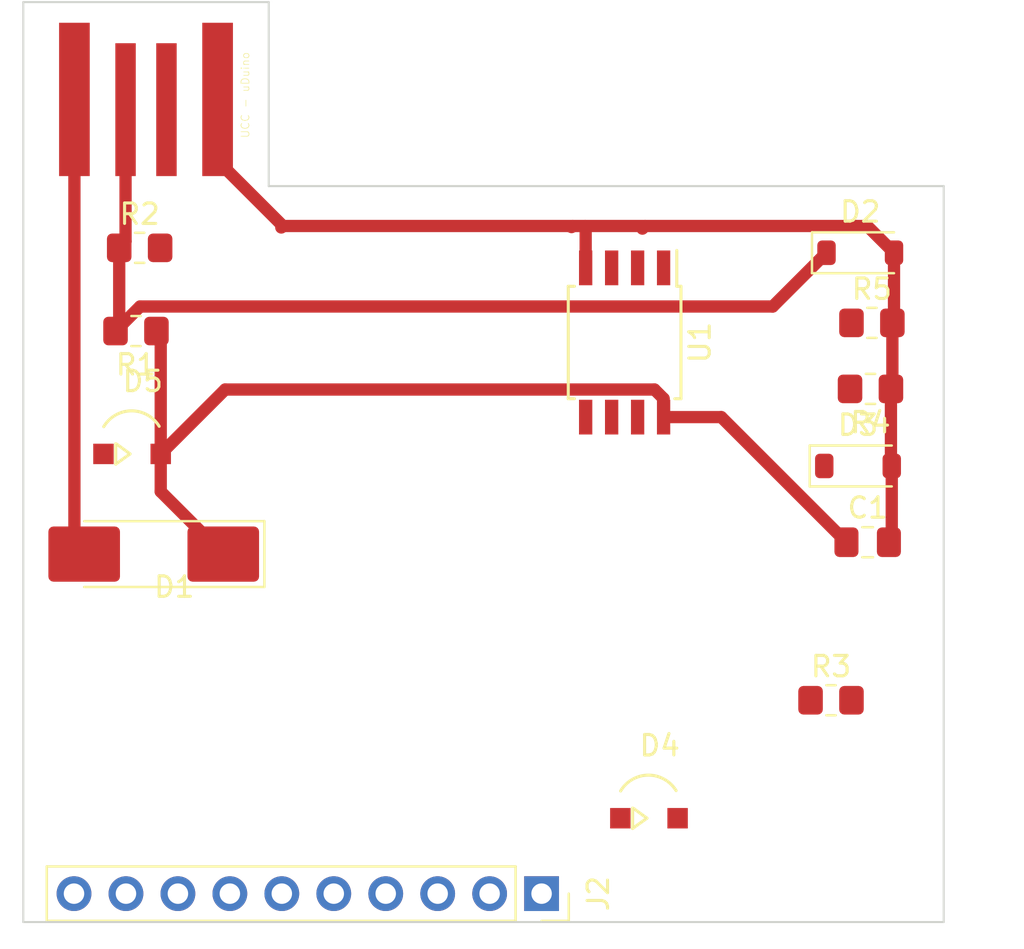
<source format=kicad_pcb>
(kicad_pcb (version 20221018) (generator pcbnew)
  (layers (0 "F.Cu" signal) (31 "B.Cu" signal) (34 "B.Paste" user) (35 "F.Paste" user) (36 "B.SilkS" user "B.Silkscreen") (37 "F.SilkS" user "F.Silkscreen") (38 "B.Mask" user) (39 "F.Mask" user) (44 "Edge.Cuts" user))
  (net 0 "")
  (net 1 "GND")
  (net 2 "Net-(D1-A)")
  (net 3 "+5V")
  (net 4 "Net-(D2-K)")
  (net 5 "Net-(D3-K)")
  (net 6 "Net-(D4-K)")
  (net 7 "Net-(D4-A)")
  (net 8 "Net-(D5-K)")
  (net 10 "Net-(J2-Pin_4)")
  (net 11 "Net-(J2-Pin_6)")
  (net 12 "Net-(J2-Pin_7)")
  (net 13 "Net-(J2-Pin_8)")
  (net 14 "Net-(J2-Pin_9)")
  (footprint "Package_SO:SOIC-8W_5.3x5.3mm_P1.27mm" (layer "F.Cu") (at 509.4 176.65 -90)
    (fp_text reference "U1" (at 0 -3.68 90) (layer "F.SilkS"))
    (fp_text value "ATtiny85-20S")
    (fp_line (start -2.75 -2.755) (end -2.75 -2.55) (stroke (width 0.15)) (layer "F.SilkS"))
    (fp_line (start -2.75 -2.755) (end 2.75 -2.755) (stroke (width 0.15)) (layer "F.SilkS"))
    (fp_line (start -2.75 -2.55) (end -4.5 -2.55) (stroke (width 0.15)) (layer "F.SilkS"))
    (fp_line (start -2.75 2.755) (end -2.75 2.455) (stroke (width 0.15)) (layer "F.SilkS"))
    (fp_line (start -2.75 2.755) (end 2.75 2.755) (stroke (width 0.15)) (layer "F.SilkS"))
    (fp_line (start 2.75 -2.755) (end 2.75 -2.455) (stroke (width 0.15)) (layer "F.SilkS"))
    (fp_line (start 2.75 2.755) (end 2.75 2.455) (stroke (width 0.15)) (layer "F.SilkS"))
    (pad "1" smd rect (at -3.65 -1.905 270) (size 1.7 0.65) (layers "F.Cu" "F.Paste" "F.Mask") (net 14 "Net-(J2-Pin_9)"))
    (pad "2" smd rect (at -3.65 -0.635 270) (size 1.7 0.65) (layers "F.Cu" "F.Paste" "F.Mask") (net 12 "Net-(J2-Pin_7)"))
    (pad "3" smd rect (at -3.65 0.635 270) (size 1.7 0.65) (layers "F.Cu" "F.Paste" "F.Mask") (net 13 "Net-(J2-Pin_8)"))
    (pad "4" smd rect (at -3.65 1.905 270) (size 1.7 0.65) (layers "F.Cu" "F.Paste" "F.Mask") (net 1 "GND"))
    (pad "5" smd rect (at 3.65 1.905 270) (size 1.7 0.65) (layers "F.Cu" "F.Paste" "F.Mask") (net 10 "Net-(J2-Pin_4)"))
    (pad "6" smd rect (at 3.65 0.635 270) (size 1.7 0.65) (layers "F.Cu" "F.Paste" "F.Mask") (net 7 "Net-(D4-A)"))
    (pad "7" smd rect (at 3.65 -0.635 270) (size 1.7 0.65) (layers "F.Cu" "F.Paste" "F.Mask") (net 11 "Net-(J2-Pin_6)"))
    (pad "8" smd rect (at 3.65 -1.905 270) (size 1.7 0.65) (layers "F.Cu" "F.Paste" "F.Mask") (net 3 "+5V"))
  )
  (footprint "ledSmd:ledSMD" (layer "F.Cu") (at 485.72 182.1)
    (fp_text reference "D5" (at 0.125 -3.55) (layer "F.SilkS"))
    (fp_text value "LED RED")
    (fp_line (start -1.2 0.5) (end -1.2 -0.5) (stroke (width 0.15)) (layer "F.SilkS"))
    (fp_line (start -1.15 -0.475) (end -0.5 0) (stroke (width 0.15)) (layer "F.SilkS"))
    (fp_line (start -0.5 0) (end -1.2 0.5) (stroke (width 0.15)) (layer "F.SilkS"))
    (fp_arc (start -1.786089 -1.331572) (mid -0.435753 -2.107089) (end 0.924999 -1.349999) (stroke (width 0.15)) (layer "F.SilkS"))
    (pad "1" smd rect (at -1.8 0) (size 1 1) (layers "F.Cu" "F.Paste" "F.Mask") (net 8 "Net-(D5-K)"))
    (pad "2" smd rect (at 1 0) (size 1 1) (layers "F.Cu" "F.Paste" "F.Mask") (net 3 "+5V"))
  )
  (footprint "embeddedPcbUsb:USB_A_UCC" (layer "F.Cu") (at 486 164.96 -90)
    (fp_text reference "J1" hide)
    (fp_text value "Pcb USB Type A" hide)
    (fp_text user "UCC - uDuino" (at -2.54 -5.08 90) (layer "F.SilkS") (effects (font (size 0.38608 0.38608) (thickness 0.032512)) (justify right bottom)))
    (pad "1" smd rect (at -0.2 3.5 270) (size 7.5 1.5) (layers "F.Cu" "F.Paste" "F.Mask") (net 2 "Net-(D1-A)"))
    (pad "2" smd rect (at 0.3 1 270) (size 6.5 1) (layers "F.Cu" "F.Paste" "F.Mask") (net 4 "Net-(D2-K)"))
    (pad "3" smd rect (at 0.3 -1 270) (size 6.5 1) (layers "F.Cu" "F.Paste" "F.Mask") (net 5 "Net-(D3-K)"))
    (pad "4" smd rect (at -0.2 -3.5 270) (size 7.5 1.5) (layers "F.Cu" "F.Paste" "F.Mask") (net 1 "GND"))
  )
  (footprint "Capacitor_SMD:C_0805_2012Metric_Pad1.18x1.45mm_HandSolder" (layer "F.Cu") (at 521.2825 186.42)
    (fp_text reference "C1" (at 0 -1.68) (layer "F.SilkS"))
    (fp_text value "0.1U")
    (fp_line (start -0.261252 -0.735) (end 0.261252 -0.735) (stroke (width 0.12)) (layer "F.SilkS"))
    (fp_line (start -0.261252 0.735) (end 0.261252 0.735) (stroke (width 0.12)) (layer "F.SilkS"))
    (pad "1" smd roundrect (at -1.0375 0) (size 1.175 1.45) (layers "F.Cu" "F.Paste" "F.Mask") (roundrect_rratio 0.212766) (net 3 "+5V"))
    (pad "2" smd roundrect (at 1.0375 0) (size 1.175 1.45) (layers "F.Cu" "F.Paste" "F.Mask") (roundrect_rratio 0.212766) (net 1 "GND"))
  )
  (footprint "Resistor_SMD:R_0805_2012Metric_Pad1.20x1.40mm_HandSolder" (layer "F.Cu") (at 521.42 178.92 180)
    (fp_text reference "R4" (at 0 -1.65) (layer "F.SilkS"))
    (fp_text value "330Ʊ    5%  1/8W")
    (fp_line (start -0.227064 -0.735) (end 0.227064 -0.735) (stroke (width 0.12)) (layer "F.SilkS"))
    (fp_line (start -0.227064 0.735) (end 0.227064 0.735) (stroke (width 0.12)) (layer "F.SilkS"))
    (pad "1" smd roundrect (at -1 0 180) (size 1.2 1.4) (layers "F.Cu" "F.Paste" "F.Mask") (roundrect_rratio 0.208333) (net 1 "GND"))
    (pad "2" smd roundrect (at 1 0 180) (size 1.2 1.4) (layers "F.Cu" "F.Paste" "F.Mask") (roundrect_rratio 0.208333) (net 6 "Net-(D4-K)"))
  )
  (footprint "Connector_PinSocket_2.54mm:PinSocket_1x10_P2.54mm_Vertical" (layer "F.Cu") (at 505.34 203.61 -90)
    (fp_text reference "J2" (at 0 -2.77 90) (layer "F.SilkS"))
    (fp_text value "Header")
    (fp_line (start -1.33 1.27) (end -1.33 24.19) (stroke (width 0.12)) (layer "F.SilkS"))
    (fp_line (start -1.33 1.27) (end 1.33 1.27) (stroke (width 0.12)) (layer "F.SilkS"))
    (fp_line (start -1.33 24.19) (end 1.33 24.19) (stroke (width 0.12)) (layer "F.SilkS"))
    (fp_line (start 0 -1.33) (end 1.33 -1.33) (stroke (width 0.12)) (layer "F.SilkS"))
    (fp_line (start 1.33 -1.33) (end 1.33 0) (stroke (width 0.12)) (layer "F.SilkS"))
    (fp_line (start 1.33 1.27) (end 1.33 24.19) (stroke (width 0.12)) (layer "F.SilkS"))
    (pad "1" thru_hole rect (at 0 0 270) (size 1.7 1.7) (drill 1) (layers "*.Cu" "*.Mask") (net 3 "+5V"))
    (pad "2" thru_hole oval (at 0 2.54 270) (size 1.7 1.7) (drill 1) (layers "*.Cu" "*.Mask") (net 1 "GND"))
    (pad "3" thru_hole oval (at 0 5.08 270) (size 1.7 1.7) (drill 1) (layers "*.Cu" "*.Mask"))
    (pad "4" thru_hole oval (at 0 7.62 270) (size 1.7 1.7) (drill 1) (layers "*.Cu" "*.Mask") (net 10 "Net-(J2-Pin_4)"))
    (pad "5" thru_hole oval (at 0 10.16 270) (size 1.7 1.7) (drill 1) (layers "*.Cu" "*.Mask") (net 7 "Net-(D4-A)"))
    (pad "6" thru_hole oval (at 0 12.7 270) (size 1.7 1.7) (drill 1) (layers "*.Cu" "*.Mask") (net 11 "Net-(J2-Pin_6)"))
    (pad "7" thru_hole oval (at 0 15.24 270) (size 1.7 1.7) (drill 1) (layers "*.Cu" "*.Mask") (net 12 "Net-(J2-Pin_7)"))
    (pad "8" thru_hole oval (at 0 17.78 270) (size 1.7 1.7) (drill 1) (layers "*.Cu" "*.Mask") (net 13 "Net-(J2-Pin_8)"))
    (pad "9" thru_hole oval (at 0 20.32 270) (size 1.7 1.7) (drill 1) (layers "*.Cu" "*.Mask") (net 14 "Net-(J2-Pin_9)"))
    (pad "10" thru_hole oval (at 0 22.86 270) (size 1.7 1.7) (drill 1) (layers "*.Cu" "*.Mask"))
  )
  (footprint "Diode_SMD:D_MELF_Handsoldering" (layer "F.Cu") (at 486.3775 187 180)
    (fp_text reference "D1" (at -1.005 -1.61) (layer "F.SilkS"))
    (fp_text value "PMLL4148L")
    (fp_line (start -5.41 -1.61) (end -5.41 1.61) (stroke (width 0.12)) (layer "F.SilkS"))
    (fp_line (start -5.41 1.61) (end 3.4 1.61) (stroke (width 0.12)) (layer "F.SilkS"))
    (fp_line (start 3.4 -1.61) (end -5.41 -1.61) (stroke (width 0.12)) (layer "F.SilkS"))
    (pad "1" smd roundrect (at -3.4 0 180) (size 3.5 2.7) (layers "F.Cu" "F.Paste" "F.Mask") (roundrect_rratio 0.0925925926) (net 3 "+5V"))
    (pad "2" smd roundrect (at 3.4 0 180) (size 3.5 2.7) (layers "F.Cu" "F.Paste" "F.Mask") (roundrect_rratio 0.0925925926) (net 2 "Net-(D1-A)"))
  )
  (footprint "ledSmd:ledSMD" (layer "F.Cu") (at 510.99 199.92)
    (fp_text reference "D4" (at 0.125 -3.55) (layer "F.SilkS"))
    (fp_text value "LED")
    (fp_line (start -1.2 0.5) (end -1.2 -0.5) (stroke (width 0.15)) (layer "F.SilkS"))
    (fp_line (start -1.15 -0.475) (end -0.5 0) (stroke (width 0.15)) (layer "F.SilkS"))
    (fp_line (start -0.5 0) (end -1.2 0.5) (stroke (width 0.15)) (layer "F.SilkS"))
    (fp_arc (start -1.786089 -1.331572) (mid -0.435753 -2.107089) (end 0.924999 -1.349999) (stroke (width 0.15)) (layer "F.SilkS"))
    (pad "1" smd rect (at -1.8 0) (size 1 1) (layers "F.Cu" "F.Paste" "F.Mask") (net 6 "Net-(D4-K)"))
    (pad "2" smd rect (at 1 0) (size 1 1) (layers "F.Cu" "F.Paste" "F.Mask") (net 7 "Net-(D4-A)"))
  )
  (footprint "Diode_SMD:D_SOD-123" (layer "F.Cu") (at 520.81 182.69)
    (fp_text reference "D3" (at 0 -2) (layer "F.SilkS"))
    (fp_text value "D_Zener")
    (fp_line (start -2.36 -1) (end -2.36 1) (stroke (width 0.12)) (layer "F.SilkS"))
    (fp_line (start -2.36 -1) (end 1.65 -1) (stroke (width 0.12)) (layer "F.SilkS"))
    (fp_line (start -2.36 1) (end 1.65 1) (stroke (width 0.12)) (layer "F.SilkS"))
    (pad "1" smd roundrect (at -1.65 0) (size 0.9 1.2) (layers "F.Cu" "F.Paste" "F.Mask") (net 5 "Net-(D3-K)"))
    (pad "2" smd roundrect (at 1.65 0) (size 0.9 1.2) (layers "F.Cu" "F.Paste" "F.Mask") (net 1 "GND"))
  )
  (footprint "Diode_SMD:D_SOD-123" (layer "F.Cu") (at 520.92 172.26)
    (fp_text reference "D2" (at 0 -2) (layer "F.SilkS"))
    (fp_text value "D_Zener")
    (fp_line (start -2.36 -1) (end -2.36 1) (stroke (width 0.12)) (layer "F.SilkS"))
    (fp_line (start -2.36 -1) (end 1.65 -1) (stroke (width 0.12)) (layer "F.SilkS"))
    (fp_line (start -2.36 1) (end 1.65 1) (stroke (width 0.12)) (layer "F.SilkS"))
    (pad "1" smd roundrect (at -1.65 0) (size 0.9 1.2) (layers "F.Cu" "F.Paste" "F.Mask") (net 4 "Net-(D2-K)"))
    (pad "2" smd roundrect (at 1.65 0) (size 0.9 1.2) (layers "F.Cu" "F.Paste" "F.Mask") (net 1 "GND"))
  )
  (footprint "Resistor_SMD:R_0805_2012Metric_Pad1.20x1.40mm_HandSolder" (layer "F.Cu") (at 485.51 176.09 180)
    (fp_text reference "R1" (at 0 -1.65) (layer "F.SilkS"))
    (fp_text value "1.5KƱ 5% 1/8W")
    (fp_line (start -0.227064 -0.735) (end 0.227064 -0.735) (stroke (width 0.12)) (layer "F.SilkS"))
    (fp_line (start -0.227064 0.735) (end 0.227064 0.735) (stroke (width 0.12)) (layer "F.SilkS"))
    (pad "1" smd roundrect (at -1 0 180) (size 1.2 1.4) (layers "F.Cu" "F.Paste" "F.Mask") (roundrect_rratio 0.208333) (net 3 "+5V"))
    (pad "2" smd roundrect (at 1 0 180) (size 1.2 1.4) (layers "F.Cu" "F.Paste" "F.Mask") (roundrect_rratio 0.208333) (net 4 "Net-(D2-K)"))
  )
  (footprint "Resistor_SMD:R_0805_2012Metric_Pad1.20x1.40mm_HandSolder" (layer "F.Cu") (at 519.49 194.15)
    (fp_text reference "R3" (at 0 -1.65) (layer "F.SilkS"))
    (fp_text value "68Ʊ 5% 1/8W")
    (fp_line (start -0.227064 -0.735) (end 0.227064 -0.735) (stroke (width 0.12)) (layer "F.SilkS"))
    (fp_line (start -0.227064 0.735) (end 0.227064 0.735) (stroke (width 0.12)) (layer "F.SilkS"))
    (pad "1" smd roundrect (at -1 0) (size 1.2 1.4) (layers "F.Cu" "F.Paste" "F.Mask") (roundrect_rratio 0.208333) (net 5 "Net-(D3-K)"))
    (pad "2" smd roundrect (at 1 0) (size 1.2 1.4) (layers "F.Cu" "F.Paste" "F.Mask") (roundrect_rratio 0.208333) (net 13 "Net-(J2-Pin_8)"))
  )
  (footprint "Resistor_SMD:R_0805_2012Metric_Pad1.20x1.40mm_HandSolder" (layer "F.Cu") (at 485.69 172.02)
    (fp_text reference "R2" (at 0 -1.65) (layer "F.SilkS"))
    (fp_text value "68Ʊ 5% 1/8W")
    (fp_line (start -0.227064 -0.735) (end 0.227064 -0.735) (stroke (width 0.12)) (layer "F.SilkS"))
    (fp_line (start -0.227064 0.735) (end 0.227064 0.735) (stroke (width 0.12)) (layer "F.SilkS"))
    (pad "1" smd roundrect (at -1 0) (size 1.2 1.4) (layers "F.Cu" "F.Paste" "F.Mask") (roundrect_rratio 0.208333) (net 4 "Net-(D2-K)"))
    (pad "2" smd roundrect (at 1 0) (size 1.2 1.4) (layers "F.Cu" "F.Paste" "F.Mask") (roundrect_rratio 0.208333) (net 12 "Net-(J2-Pin_7)"))
  )
  (footprint "Resistor_SMD:R_0805_2012Metric_Pad1.20x1.40mm_HandSolder" (layer "F.Cu") (at 521.49 175.69)
    (fp_text reference "R5" (at 0 -1.65) (layer "F.SilkS"))
    (fp_text value "1.5KƱ 5% 1/8W")
    (fp_line (start -0.227064 -0.735) (end 0.227064 -0.735) (stroke (width 0.12)) (layer "F.SilkS"))
    (fp_line (start -0.227064 0.735) (end 0.227064 0.735) (stroke (width 0.12)) (layer "F.SilkS"))
    (pad "1" smd roundrect (at -1 0) (size 1.2 1.4) (layers "F.Cu" "F.Paste" "F.Mask") (roundrect_rratio 0.208333) (net 8 "Net-(D5-K)"))
    (pad "2" smd roundrect (at 1 0) (size 1.2 1.4) (layers "F.Cu" "F.Paste" "F.Mask") (roundrect_rratio 0.208333) (net 1 "GND"))
  )
  (gr_line (start 525 205) (end 525 169) (stroke (width 0.1)) (layer "Edge.Cuts"))
  (gr_line (start 492 160) (end 480 160) (stroke (width 0.1)) (layer "Edge.Cuts"))
  (gr_line (start 480 160) (end 480 205) (stroke (width 0.1)) (layer "Edge.Cuts"))
  (gr_line (start 525 169) (end 492 169) (stroke (width 0.1)) (layer "Edge.Cuts"))
  (gr_line (start 492 169) (end 492 160) (stroke (width 0.1)) (layer "Edge.Cuts"))
  (gr_line (start 480 205) (end 525 205) (stroke (width 0.1)) (layer "Edge.Cuts"))
  (segment (start 522.46 186.28) (end 522.32 186.42) (width 0.6) (layer "F.Cu") (net 1))
  (segment (start 507.495 173) (end 507.495 170.975) (width 0.6) (layer "F.Cu") (net 1))
  (segment (start 506.86 170.95) (end 507.47 170.95) (width 0.6) (layer "F.Cu") (net 1))
  (segment (start 507.495 170.975) (end 507.47 170.95) (width 0.6) (layer "F.Cu") (net 1))
  (segment (start 522.57 172.26) (end 522.57 175.61) (width 0.6) (layer "F.Cu") (net 1))
  (segment (start 489.5 167.76) (end 492.69 170.95) (width 0.6) (layer "F.Cu") (net 1))
  (segment (start 522.46 182.69) (end 522.46 186.28) (width 0.6) (layer "F.Cu") (net 1))
  (segment (start 492.69 170.95) (end 506.86 170.95) (width 0.6) (layer "F.Cu") (net 1))
  (segment (start 492.69 170.95) (end 492.615 171.025) (width 0.6) (layer "F.Cu") (net 1))
  (segment (start 510.4 170.95) (end 521.26 170.95) (width 0.6) (layer "F.Cu") (net 1))
  (segment (start 489.5 164.76) (end 489.5 167.76) (width 0.6) (layer "F.Cu") (net 1))
  (segment (start 521.26 170.95) (end 522.57 172.26) (width 0.6) (layer "F.Cu") (net 1))
  (segment (start 510.27 171.08) (end 510.4 170.95) (width 0.6) (layer "F.Cu") (net 1))
  (segment (start 506.86 170.95) (end 506.805 171.005) (width 0.6) (layer "F.Cu") (net 1))
  (segment (start 522.42 178.92) (end 522.42 182.65) (width 0.6) (layer "F.Cu") (net 1))
  (segment (start 522.49 175.69) (end 522.49 178.85) (width 0.6) (layer "F.Cu") (net 1))
  (segment (start 522.57 175.61) (end 522.49 175.69) (width 0.6) (layer "F.Cu") (net 1))
  (segment (start 507.47 170.95) (end 510.4 170.95) (width 0.6) (layer "F.Cu") (net 1))
  (segment (start 522.42 182.65) (end 522.46 182.69) (width 0.6) (layer "F.Cu") (net 1))
  (segment (start 522.49 178.85) (end 522.42 178.92) (width 0.6) (layer "F.Cu") (net 1))
  (segment (start 482.9775 187) (end 482.5 186.5225) (width 0.6) (layer "F.Cu") (net 2))
  (segment (start 482.5 186.5225) (end 482.5 164.76) (width 0.6) (layer "F.Cu") (net 2))
  (segment (start 486.72 182.1) (end 489.87 178.95) (width 0.6) (layer "F.Cu") (net 3))
  (segment (start 511.305 179.395) (end 511.305 180.3) (width 0.6) (layer "F.Cu") (net 3))
  (segment (start 511.305 180.3) (end 514.125 180.3) (width 0.6) (layer "F.Cu") (net 3))
  (segment (start 486.72 176.3) (end 486.72 182.1) (width 0.6) (layer "F.Cu") (net 3))
  (segment (start 514.125 180.3) (end 520.245 186.42) (width 0.6) (layer "F.Cu") (net 3))
  (segment (start 489.87 178.95) (end 510.86 178.95) (width 0.6) (layer "F.Cu") (net 3))
  (segment (start 486.72 182.1) (end 486.72 183.9425) (width 0.6) (layer "F.Cu") (net 3))
  (segment (start 510.86 178.95) (end 511.305 179.395) (width 0.6) (layer "F.Cu") (net 3))
  (segment (start 486.72 183.9425) (end 489.7775 187) (width 0.6) (layer "F.Cu") (net 3))
  (segment (start 486.51 176.09) (end 486.72 176.3) (width 0.6) (layer "F.Cu") (net 3))
  (segment (start 516.64 174.89) (end 519.27 172.26) (width 0.6) (layer "F.Cu") (net 4))
  (segment (start 484.69 172.02) (end 484.69 175.91) (width 0.6) (layer "F.Cu") (net 4))
  (segment (start 484.51 176.09) (end 485.71 174.89) (width 0.6) (layer "F.Cu") (net 4))
  (segment (start 484.69 175.91) (end 484.51 176.09) (width 0.6) (layer "F.Cu") (net 4))
  (segment (start 485 171.71) (end 484.69 172.02) (width 0.6) (layer "F.Cu") (net 4))
  (segment (start 485 165.26) (end 485 171.71) (width 0.6) (layer "F.Cu") (net 4))
  (segment (start 485.71 174.89) (end 516.64 174.89) (width 0.6) (layer "F.Cu") (net 4))
)
</source>
